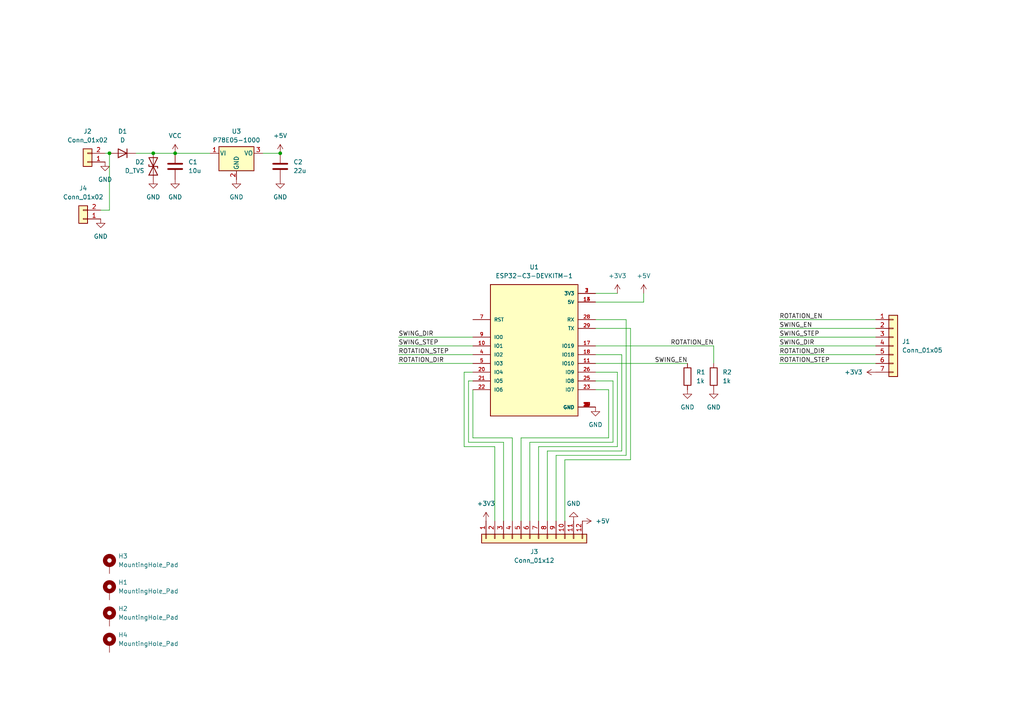
<source format=kicad_sch>
(kicad_sch (version 20230121) (generator eeschema)
  (paper "A4")
  (lib_symbols
    (symbol "Connector_Generic:Conn_01x02" (pin_names (offset 1.016) hide)
      (property "Reference" "J" (at 0 2.54 0))
      (property "Value" "Conn_01x02" (at 0 -5.08 0))
      (symbol "Conn_01x02_1_1"
        (rectangle (start -1.27 -2.413) (end 0 -2.667) (stroke (width 0.1524)))
        (rectangle (start -1.27 0.127) (end 0 -0.127) (stroke (width 0.1524)))
        (rectangle (start -1.27 1.27) (end 1.27 -3.81) (stroke (width 0.254)) (fill (type background)))
        (pin passive line (at -5.08 0 0) (length 3.81) (name "Pin_1") (number "1"))
        (pin passive line (at -5.08 -2.54 0) (length 3.81) (name "Pin_2") (number "2"))
      )
    )
    (symbol "Connector_Generic:Conn_01x07" (pin_names (offset 1.016) hide)
      (property "Reference" "J" (at 0 10.16 0))
      (property "Value" "Conn_01x07" (at 0 -10.16 0))
      (symbol "Conn_01x07_1_1"
        (rectangle (start -1.27 -7.493) (end 0 -7.747) (stroke (width 0.1524)))
        (rectangle (start -1.27 -4.953) (end 0 -5.207) (stroke (width 0.1524)))
        (rectangle (start -1.27 -2.413) (end 0 -2.667) (stroke (width 0.1524)))
        (rectangle (start -1.27 0.127) (end 0 -0.127) (stroke (width 0.1524)))
        (rectangle (start -1.27 2.667) (end 0 2.413) (stroke (width 0.1524)))
        (rectangle (start -1.27 5.207) (end 0 4.953) (stroke (width 0.1524)))
        (rectangle (start -1.27 7.747) (end 0 7.493) (stroke (width 0.1524)))
        (rectangle (start -1.27 8.89) (end 1.27 -8.89) (stroke (width 0.254)) (fill (type background)))
        (pin passive line (at -5.08 7.62 0) (length 3.81) (name "Pin_1") (number "1"))
        (pin passive line (at -5.08 5.08 0) (length 3.81) (name "Pin_2") (number "2"))
        (pin passive line (at -5.08 2.54 0) (length 3.81) (name "Pin_3") (number "3"))
        (pin passive line (at -5.08 0 0) (length 3.81) (name "Pin_4") (number "4"))
        (pin passive line (at -5.08 -2.54 0) (length 3.81) (name "Pin_5") (number "5"))
        (pin passive line (at -5.08 -5.08 0) (length 3.81) (name "Pin_6") (number "6"))
        (pin passive line (at -5.08 -7.62 0) (length 3.81) (name "Pin_7") (number "7"))
      )
    )
    (symbol "Connector_Generic:Conn_01x12" (pin_names (offset 1.016) hide)
      (property "Reference" "J" (at 0 15.24 0))
      (property "Value" "Conn_01x12" (at 0 -17.78 0))
      (symbol "Conn_01x12_1_1"
        (rectangle (start -1.27 -15.113) (end 0 -15.367) (stroke (width 0.1524)))
        (rectangle (start -1.27 -12.573) (end 0 -12.827) (stroke (width 0.1524)))
        (rectangle (start -1.27 -10.033) (end 0 -10.287) (stroke (width 0.1524)))
        (rectangle (start -1.27 -7.493) (end 0 -7.747) (stroke (width 0.1524)))
        (rectangle (start -1.27 -4.953) (end 0 -5.207) (stroke (width 0.1524)))
        (rectangle (start -1.27 -2.413) (end 0 -2.667) (stroke (width 0.1524)))
        (rectangle (start -1.27 0.127) (end 0 -0.127) (stroke (width 0.1524)))
        (rectangle (start -1.27 2.667) (end 0 2.413) (stroke (width 0.1524)))
        (rectangle (start -1.27 5.207) (end 0 4.953) (stroke (width 0.1524)))
        (rectangle (start -1.27 7.747) (end 0 7.493) (stroke (width 0.1524)))
        (rectangle (start -1.27 10.287) (end 0 10.033) (stroke (width 0.1524)))
        (rectangle (start -1.27 12.827) (end 0 12.573) (stroke (width 0.1524)))
        (rectangle (start -1.27 13.97) (end 1.27 -16.51) (stroke (width 0.254)) (fill (type background)))
        (pin passive line (at -5.08 12.7 0) (length 3.81) (name "Pin_1") (number "1"))
        (pin passive line (at -5.08 -10.16 0) (length 3.81) (name "Pin_10") (number "10"))
        (pin passive line (at -5.08 -12.7 0) (length 3.81) (name "Pin_11") (number "11"))
        (pin passive line (at -5.08 -15.24 0) (length 3.81) (name "Pin_12") (number "12"))
        (pin passive line (at -5.08 10.16 0) (length 3.81) (name "Pin_2") (number "2"))
        (pin passive line (at -5.08 7.62 0) (length 3.81) (name "Pin_3") (number "3"))
        (pin passive line (at -5.08 5.08 0) (length 3.81) (name "Pin_4") (number "4"))
        (pin passive line (at -5.08 2.54 0) (length 3.81) (name "Pin_5") (number "5"))
        (pin passive line (at -5.08 0 0) (length 3.81) (name "Pin_6") (number "6"))
        (pin passive line (at -5.08 -2.54 0) (length 3.81) (name "Pin_7") (number "7"))
        (pin passive line (at -5.08 -5.08 0) (length 3.81) (name "Pin_8") (number "8"))
        (pin passive line (at -5.08 -7.62 0) (length 3.81) (name "Pin_9") (number "9"))
      )
    )
    (symbol "Device:C" (pin_numbers hide) (pin_names (offset 0.254))
      (property "Reference" "C" (at 0.635 2.54 0))
      (property "Value" "C" (at 0.635 -2.54 0))
      (symbol "C_0_1"
        (polyline (pts (xy -2.032 -0.762) (xy 2.032 -0.762)) (stroke (width 0.508)))
        (polyline (pts (xy -2.032 0.762) (xy 2.032 0.762)) (stroke (width 0.508)))
      )
      (symbol "C_1_1"
        (pin passive line (at 0 3.81 270) (length 2.794) (name "~") (number "1"))
        (pin passive line (at 0 -3.81 90) (length 2.794) (name "~") (number "2"))
      )
    )
    (symbol "Device:D" (pin_numbers hide) (pin_names (offset 1.016) hide)
      (property "Reference" "D" (at 0 2.54 0))
      (property "Value" "D" (at 0 -2.54 0))
      (symbol "D_0_1"
        (polyline (pts (xy -1.27 1.27) (xy -1.27 -1.27)) (stroke (width 0.254)))
        (polyline (pts (xy 1.27 0) (xy -1.27 0)))
        (polyline (pts (xy 1.27 1.27) (xy 1.27 -1.27) (xy -1.27 0) (xy 1.27 1.27)) (stroke (width 0.254)))
      )
      (symbol "D_1_1"
        (pin passive line (at -3.81 0 0) (length 2.54) (name "K") (number "1"))
        (pin passive line (at 3.81 0 180) (length 2.54) (name "A") (number "2"))
      )
    )
    (symbol "Device:D_TVS" (pin_numbers hide) (pin_names (offset 1.016) hide)
      (property "Reference" "D" (at 0 2.54 0))
      (property "Value" "D_TVS" (at 0 -2.54 0))
      (symbol "D_TVS_0_1"
        (polyline (pts (xy 1.27 0) (xy -1.27 0)))
        (polyline (pts (xy 0.508 1.27) (xy 0 1.27) (xy 0 -1.27) (xy -0.508 -1.27)) (stroke (width 0.254)))
        (polyline (pts (xy -2.54 1.27) (xy -2.54 -1.27) (xy 2.54 1.27) (xy 2.54 -1.27) (xy -2.54 1.27)) (stroke (width 0.254)))
      )
      (symbol "D_TVS_1_1"
        (pin passive line (at -3.81 0 0) (length 2.54) (name "A1") (number "1"))
        (pin passive line (at 3.81 0 180) (length 2.54) (name "A2") (number "2"))
      )
    )
    (symbol "Device:R" (pin_numbers hide) (pin_names (offset 0))
      (property "Reference" "R" (at 2.032 0 90))
      (property "Value" "R" (at 0 0 90))
      (symbol "R_0_1"
        (rectangle (start -1.016 -2.54) (end 1.016 2.54) (stroke (width 0.254)))
      )
      (symbol "R_1_1"
        (pin passive line (at 0 3.81 270) (length 1.27) (name "~") (number "1"))
        (pin passive line (at 0 -3.81 90) (length 1.27) (name "~") (number "2"))
      )
    )
    (symbol "ESP32-C3-DEVKITM-1:ESP32-C3-DEVKITM-1" (pin_names (offset 1.016))
      (property "Reference" "U" (at -12.7 18.669 0))
      (property "Value" "ESP32-C3-DEVKITM-1" (at -12.7 -22.86 0))
      (symbol "ESP32-C3-DEVKITM-1_0_0"
        (rectangle (start -12.7 -20.32) (end 12.7 17.78) (stroke (width 0.254)) (fill (type background)))
        (pin power_in line (at 17.78 -17.78 180) (length 5.08) (name "GND") (number "1"))
        (pin bidirectional line (at -17.78 0 0) (length 5.08) (name "IO1") (number "10"))
        (pin bidirectional line (at 17.78 -5.08 180) (length 5.08) (name "IO10") (number "11"))
        (pin power_in line (at 17.78 -17.78 180) (length 5.08) (name "GND") (number "12"))
        (pin power_in line (at 17.78 12.7 180) (length 5.08) (name "5V") (number "13"))
        (pin power_in line (at 17.78 12.7 180) (length 5.08) (name "5V") (number "14"))
        (pin power_in line (at 17.78 -17.78 180) (length 5.08) (name "GND") (number "15"))
        (pin power_in line (at 17.78 -17.78 180) (length 5.08) (name "GND") (number "16"))
        (pin bidirectional line (at 17.78 0 180) (length 5.08) (name "IO19") (number "17"))
        (pin bidirectional line (at 17.78 -2.54 180) (length 5.08) (name "IO18") (number "18"))
        (pin power_in line (at 17.78 -17.78 180) (length 5.08) (name "GND") (number "19"))
        (pin power_in line (at 17.78 15.24 180) (length 5.08) (name "3V3") (number "2"))
        (pin bidirectional line (at -17.78 -7.62 0) (length 5.08) (name "IO4") (number "20"))
        (pin bidirectional line (at -17.78 -10.16 0) (length 5.08) (name "IO5") (number "21"))
        (pin bidirectional line (at -17.78 -12.7 0) (length 5.08) (name "IO6") (number "22"))
        (pin bidirectional line (at 17.78 -12.7 180) (length 5.08) (name "IO7") (number "23"))
        (pin power_in line (at 17.78 -17.78 180) (length 5.08) (name "GND") (number "24"))
        (pin bidirectional line (at 17.78 -10.16 180) (length 5.08) (name "IO8") (number "25"))
        (pin bidirectional line (at 17.78 -7.62 180) (length 5.08) (name "IO9") (number "26"))
        (pin power_in line (at 17.78 -17.78 180) (length 5.08) (name "GND") (number "27"))
        (pin bidirectional line (at 17.78 7.62 180) (length 5.08) (name "RX") (number "28"))
        (pin bidirectional line (at 17.78 5.08 180) (length 5.08) (name "TX") (number "29"))
        (pin power_in line (at 17.78 15.24 180) (length 5.08) (name "3V3") (number "3"))
        (pin power_in line (at 17.78 -17.78 180) (length 5.08) (name "GND") (number "30"))
        (pin bidirectional line (at -17.78 -2.54 0) (length 5.08) (name "IO2") (number "4"))
        (pin bidirectional line (at -17.78 -5.08 0) (length 5.08) (name "IO3") (number "5"))
        (pin power_in line (at 17.78 -17.78 180) (length 5.08) (name "GND") (number "6"))
        (pin input line (at -17.78 7.62 0) (length 5.08) (name "RST") (number "7"))
        (pin power_in line (at 17.78 -17.78 180) (length 5.08) (name "GND") (number "8"))
        (pin bidirectional line (at -17.78 2.54 0) (length 5.08) (name "IO0") (number "9"))
      )
    )
    (symbol "Mechanical:MountingHole_Pad" (pin_numbers hide) (pin_names (offset 1.016) hide)
      (property "Reference" "H" (at 0 6.35 0))
      (property "Value" "MountingHole_Pad" (at 0 4.445 0))
      (symbol "MountingHole_Pad_0_1"
        (circle (center 0 1.27) (radius 1.27) (stroke (width 1.27)))
      )
      (symbol "MountingHole_Pad_1_1"
        (pin input line (at 0 -2.54 90) (length 2.54) (name "1") (number "1"))
      )
    )
    (symbol "Regulator_Linear:LM78M05_TO220" (pin_names (offset 0.254))
      (property "Reference" "U" (at -3.81 3.175 0))
      (property "Value" "LM78M05_TO220" (at 0 3.175 0))
      (symbol "LM78M05_TO220_0_1"
        (rectangle (start -5.08 1.905) (end 5.08 -5.08) (stroke (width 0.254)) (fill (type background)))
      )
      (symbol "LM78M05_TO220_1_1"
        (pin power_in line (at -7.62 0 0) (length 2.54) (name "VI") (number "1"))
        (pin power_in line (at 0 -7.62 90) (length 2.54) (name "GND") (number "2"))
        (pin power_out line (at 7.62 0 180) (length 2.54) (name "VO") (number "3"))
      )
    )
    (symbol "power:+3V3" (power) (pin_names (offset 0))
      (property "Value" "+3V3" (at 0 3.556 0))
      (symbol "+3V3_0_1"
        (polyline (pts (xy -0.762 1.27) (xy 0 2.54)))
        (polyline (pts (xy 0 0) (xy 0 2.54)))
        (polyline (pts (xy 0 2.54) (xy 0.762 1.27)))
      )
      (symbol "+3V3_1_1"
        (pin power_in line (at 0 0 90) (length 0) hide (name "+3V3") (number "1"))
      )
    )
    (symbol "power:+5V" (power) (pin_names (offset 0))
      (property "Value" "+5V" (at 0 3.556 0))
      (symbol "+5V_0_1"
        (polyline (pts (xy -0.762 1.27) (xy 0 2.54)))
        (polyline (pts (xy 0 0) (xy 0 2.54)))
        (polyline (pts (xy 0 2.54) (xy 0.762 1.27)))
      )
      (symbol "+5V_1_1"
        (pin power_in line (at 0 0 90) (length 0) hide (name "+5V") (number "1"))
      )
    )
    (symbol "power:GND" (power) (pin_names (offset 0))
      (property "Value" "GND" (at 0 -3.81 0))
      (symbol "GND_0_1"
        (polyline (pts (xy 0 0) (xy 0 -1.27) (xy 1.27 -1.27) (xy 0 -2.54) (xy -1.27 -1.27) (xy 0 -1.27)))
      )
      (symbol "GND_1_1"
        (pin power_in line (at 0 0 270) (length 0) hide (name "GND") (number "1"))
      )
    )
    (symbol "power:VCC" (power) (pin_names (offset 0))
      (property "Value" "VCC" (at 0 3.81 0))
      (symbol "VCC_0_1"
        (polyline (pts (xy -0.762 1.27) (xy 0 2.54)))
        (polyline (pts (xy 0 0) (xy 0 2.54)))
        (polyline (pts (xy 0 2.54) (xy 0.762 1.27)))
      )
      (symbol "VCC_1_1"
        (pin power_in line (at 0 0 90) (length 0) hide (name "VCC") (number "1"))
      )
    )
  )
  (junction (at 31.75 44.45))
  (junction (at 81.28 44.45))
  (junction (at 44.45 44.45))
  (junction (at 50.8 44.45))
  (wire (pts (xy 182.88 133.35) (xy 163.83 133.35)))
  (wire (pts (xy 163.83 133.35) (xy 163.83 151.13)))
  (wire (pts (xy 134.62 107.95) (xy 134.62 129.54)))
  (wire (pts (xy 143.51 129.54) (xy 143.51 151.13)))
  (wire (pts (xy 172.72 105.41) (xy 199.39 105.41)))
  (wire (pts (xy 207.01 105.41) (xy 207.01 100.33)))
  (wire (pts (xy 177.8 110.49) (xy 177.8 128.27)))
  (wire (pts (xy 226.06 100.33) (xy 254 100.33)))
  (wire (pts (xy 176.53 113.03) (xy 176.53 127)))
  (wire (pts (xy 39.37 44.45) (xy 44.45 44.45)))
  (wire (pts (xy 135.89 110.49) (xy 135.89 128.27)))
  (wire (pts (xy 181.61 132.08) (xy 161.29 132.08)))
  (wire (pts (xy 181.61 92.71) (xy 181.61 132.08)))
  (wire (pts (xy 44.45 44.45) (xy 50.8 44.45)))
  (wire (pts (xy 31.75 60.96) (xy 31.75 44.45)))
  (wire (pts (xy 179.07 129.54) (xy 156.21 129.54)))
  (wire (pts (xy 172.72 110.49) (xy 177.8 110.49)))
  (wire (pts (xy 115.57 97.79) (xy 137.16 97.79)))
  (wire (pts (xy 76.2 44.45) (xy 81.28 44.45)))
  (wire (pts (xy 226.06 97.79) (xy 254 97.79)))
  (wire (pts (xy 115.57 102.87) (xy 137.16 102.87)))
  (wire (pts (xy 179.07 107.95) (xy 179.07 129.54)))
  (wire (pts (xy 186.69 85.09) (xy 186.69 87.63)))
  (wire (pts (xy 137.16 127) (xy 148.59 127)))
  (wire (pts (xy 226.06 92.71) (xy 254 92.71)))
  (wire (pts (xy 186.69 87.63) (xy 172.72 87.63)))
  (wire (pts (xy 226.06 95.25) (xy 254 95.25)))
  (wire (pts (xy 180.34 130.81) (xy 158.75 130.81)))
  (wire (pts (xy 50.8 44.45) (xy 60.96 44.45)))
  (wire (pts (xy 151.13 127) (xy 151.13 151.13)))
  (wire (pts (xy 137.16 110.49) (xy 135.89 110.49)))
  (wire (pts (xy 156.21 129.54) (xy 156.21 151.13)))
  (wire (pts (xy 137.16 107.95) (xy 134.62 107.95)))
  (wire (pts (xy 148.59 127) (xy 148.59 151.13)))
  (wire (pts (xy 161.29 132.08) (xy 161.29 151.13)))
  (wire (pts (xy 226.06 105.41) (xy 254 105.41)))
  (wire (pts (xy 177.8 128.27) (xy 153.67 128.27)))
  (wire (pts (xy 182.88 95.25) (xy 182.88 133.35)))
  (wire (pts (xy 158.75 130.81) (xy 158.75 151.13)))
  (wire (pts (xy 30.48 44.45) (xy 31.75 44.45)))
  (wire (pts (xy 137.16 113.03) (xy 137.16 127)))
  (wire (pts (xy 172.72 85.09) (xy 179.07 85.09)))
  (wire (pts (xy 146.05 128.27) (xy 146.05 151.13)))
  (wire (pts (xy 29.21 60.96) (xy 31.75 60.96)))
  (wire (pts (xy 172.72 102.87) (xy 180.34 102.87)))
  (wire (pts (xy 172.72 95.25) (xy 182.88 95.25)))
  (wire (pts (xy 226.06 102.87) (xy 254 102.87)))
  (wire (pts (xy 181.61 92.71) (xy 172.72 92.71)))
  (wire (pts (xy 115.57 100.33) (xy 137.16 100.33)))
  (wire (pts (xy 115.57 105.41) (xy 137.16 105.41)))
  (wire (pts (xy 153.67 128.27) (xy 153.67 151.13)))
  (wire (pts (xy 172.72 100.33) (xy 207.01 100.33)))
  (wire (pts (xy 134.62 129.54) (xy 143.51 129.54)))
  (wire (pts (xy 180.34 102.87) (xy 180.34 130.81)))
  (wire (pts (xy 135.89 128.27) (xy 146.05 128.27)))
  (wire (pts (xy 172.72 113.03) (xy 176.53 113.03)))
  (wire (pts (xy 172.72 107.95) (xy 179.07 107.95)))
  (wire (pts (xy 176.53 127) (xy 151.13 127)))
  (label "ROTATION_EN" (at 207.01 100.33 180))
  (label "ROTATION_DIR" (at 115.57 105.41 0))
  (label "ROTATION_STEP" (at 115.57 102.87 0))
  (label "SWING_STEP" (at 226.06 97.79 0))
  (label "ROTATION_EN" (at 226.06 92.71 0))
  (label "SWING_EN" (at 226.06 95.25 0))
  (label "SWING_EN" (at 199.39 105.41 180))
  (label "SWING_STEP" (at 115.57 100.33 0))
  (label "SWING_DIR" (at 115.57 97.79 0))
  (label "ROTATION_STEP" (at 226.06 105.41 0))
  (label "SWING_DIR" (at 226.06 100.33 0))
  (label "ROTATION_DIR" (at 226.06 102.87 0))
  (symbol (lib_id "power:+3V3") (at 140.97 151.13 0) (unit 1)
    (property "Reference" "#PWR014" (effects hide))
    (property "Value" "+3V3" (at 140.97 146.05 0))
  )
  (symbol (lib_id "Device:C") (at 81.28 48.26 0) (unit 1)
    (property "Reference" "C2" (at 85.09 46.9899 0) (effects (justify left)))
    (property "Value" "22u" (at 85.09 49.5299 0) (effects (justify left)))
    (property "Footprint" "Capacitor_SMD:C_2220_5650Metric" (effects hide))
    (property "Manufacturer" "TDK" (effects hide))
    (property "PartNo" "C5750X7R1E226M250KA" (effects hide))
  )
  (symbol (lib_id "Mechanical:MountingHole_Pad") (at 31.75 186.69 0) (unit 1)
    (property "Reference" "H4" (at 34.29 184.15 0) (effects (justify left)))
    (property "Value" "MountingHole_Pad" (at 34.29 186.69 0) (effects (justify left)))
    (property "Footprint" "MountingHole:MountingHole_3.2mm_M3_DIN965_Pad" (effects hide))
  )
  (symbol (lib_id "power:+3V3") (at 254 107.95 90) (unit 1)
    (property "Reference" "#PWR012" (effects hide))
    (property "Value" "+3V3" (at 250.19 107.95 90) (effects (justify left)))
  )
  (symbol (lib_id "Connector_Generic:Conn_01x12") (at 153.67 156.21 90) (mirror x) (unit 1)
    (property "Reference" "J3" (at 154.94 160.02 90))
    (property "Value" "Conn_01x12" (at 154.94 162.56 90))
    (property "Footprint" "Connector_PinHeader_2.54mm:PinHeader_1x12_P2.54mm_Vertical" (effects hide))
  )
  (symbol (lib_id "Device:C") (at 50.8 48.26 0) (unit 1)
    (property "Reference" "C1" (at 54.61 46.9899 0) (effects (justify left)))
    (property "Value" "10u" (at 54.61 49.5299 0) (effects (justify left)))
    (property "Footprint" "Capacitor_SMD:C_2220_5650Metric" (effects hide))
    (property "Manufacturer" "TDK" (effects hide))
    (property "PartNo" "C5750X7R1H106K230KB" (effects hide))
  )
  (symbol (lib_id "power:GND") (at 207.01 113.03 0) (unit 1)
    (property "Reference" "#PWR010" (effects hide))
    (property "Value" "GND" (at 207.01 118.11 0))
  )
  (symbol (lib_id "power:GND") (at 81.28 52.07 0) (unit 1)
    (property "Reference" "#PWR03" (effects hide))
    (property "Value" "GND" (at 81.28 57.15 0))
  )
  (symbol (lib_id "Connector_Generic:Conn_01x02") (at 25.4 46.99 180) (unit 1)
    (property "Reference" "J2" (at 25.4 38.1 0))
    (property "Value" "Conn_01x02" (at 25.4 40.64 0))
    (property "Footprint" "fuko:MOLEX_2157601002" (effects hide))
    (property "PartNo" "2157601002" (effects hide))
  )
  (symbol (lib_id "power:+5V") (at 186.69 85.09 0) (unit 1)
    (property "Reference" "#PWR06" (effects hide))
    (property "Value" "+5V" (at 186.69 80.01 0))
  )
  (symbol (lib_id "Device:D_TVS") (at 44.45 48.26 90) (unit 1)
    (property "Reference" "D2" (at 41.91 46.99 90) (effects (justify left)))
    (property "Value" "D_TVS" (at 41.91 49.53 90) (effects (justify left)))
    (property "Footprint" "Diode_SMD:D_SMA" (effects hide))
    (property "PartNo" "SMAJ24A-13-F" (effects hide))
  )
  (symbol (lib_id "Mechanical:MountingHole_Pad") (at 31.75 179.07 0) (unit 1)
    (property "Reference" "H2" (at 34.29 176.53 0) (effects (justify left)))
    (property "Value" "MountingHole_Pad" (at 34.29 179.07 0) (effects (justify left)))
    (property "Footprint" "MountingHole:MountingHole_3.2mm_M3_DIN965_Pad" (effects hide))
  )
  (symbol (lib_id "power:GND") (at 166.37 151.13 180) (unit 1)
    (property "Reference" "#PWR015" (effects hide))
    (property "Value" "GND" (at 166.37 146.05 0))
  )
  (symbol (lib_id "power:VCC") (at 50.8 44.45 0) (unit 1)
    (property "Reference" "#PWR05" (effects hide))
    (property "Value" "VCC" (at 50.8 39.37 0))
  )
  (symbol (lib_id "Mechanical:MountingHole_Pad") (at 31.75 171.45 0) (unit 1)
    (property "Reference" "H1" (at 34.29 168.91 0) (effects (justify left)))
    (property "Value" "MountingHole_Pad" (at 34.29 171.45 0) (effects (justify left)))
    (property "Footprint" "MountingHole:MountingHole_3.2mm_M3_DIN965_Pad" (effects hide))
  )
  (symbol (lib_id "power:GND") (at 68.58 52.07 0) (unit 1)
    (property "Reference" "#PWR02" (effects hide))
    (property "Value" "GND" (at 68.58 57.15 0))
  )
  (symbol (lib_id "power:GND") (at 199.39 113.03 0) (unit 1)
    (property "Reference" "#PWR09" (effects hide))
    (property "Value" "GND" (at 199.39 118.11 0))
  )
  (symbol (lib_id "Mechanical:MountingHole_Pad") (at 31.75 163.83 0) (unit 1)
    (property "Reference" "H3" (at 34.29 161.29 0) (effects (justify left)))
    (property "Value" "MountingHole_Pad" (at 34.29 163.83 0) (effects (justify left)))
    (property "Footprint" "MountingHole:MountingHole_3.2mm_M3_DIN965_Pad" (effects hide))
  )
  (symbol (lib_id "Device:D") (at 35.56 44.45 180) (unit 1)
    (property "Reference" "D1" (at 35.56 38.1 0))
    (property "Value" "D" (at 35.56 40.64 0))
    (property "Footprint" "Diode_SMD:D_SMA" (effects hide))
    (property "Sim.Device" "D" (effects hide))
    (property "Sim.Pins" "1=K 2=A" (effects hide))
    (property "PartNo" "GS1A_R1_00001" (effects hide))
  )
  (symbol (lib_id "power:+5V") (at 168.91 151.13 270) (unit 1)
    (property "Reference" "#PWR016" (effects hide))
    (property "Value" "+5V" (at 172.72 151.13 90) (effects (justify left)))
  )
  (symbol (lib_id "power:GND") (at 30.48 46.99 0) (unit 1)
    (property "Reference" "#PWR011" (effects hide))
    (property "Value" "GND" (at 30.48 52.07 0))
  )
  (symbol (lib_id "power:GND") (at 50.8 52.07 0) (unit 1)
    (property "Reference" "#PWR01" (effects hide))
    (property "Value" "GND" (at 50.8 57.15 0))
  )
  (symbol (lib_id "power:GND") (at 172.72 118.11 0) (unit 1)
    (property "Reference" "#PWR07" (effects hide))
    (property "Value" "GND" (at 172.72 123.19 0))
  )
  (symbol (lib_id "power:GND") (at 29.21 63.5 0) (unit 1)
    (property "Reference" "#PWR017" (effects hide))
    (property "Value" "GND" (at 29.21 68.58 0))
  )
  (symbol (lib_id "Device:R") (at 207.01 109.22 0) (unit 1)
    (property "Reference" "R2" (at 209.55 107.95 0) (effects (justify left)))
    (property "Value" "1k" (at 209.55 110.49 0) (effects (justify left)))
    (property "Footprint" "Resistor_SMD:R_0603_1608Metric" (effects hide))
  )
  (symbol (lib_id "ESP32-C3-DEVKITM-1:ESP32-C3-DEVKITM-1") (at 154.94 100.33 0) (unit 1)
    (property "Reference" "U1" (at 154.94 77.47 0))
    (property "Value" "ESP32-C3-DEVKITM-1" (at 154.94 80.01 0))
    (property "Footprint" "fuko:XCVR_ESP32-C3-DEVKITM-1" (effects hide))
    (property "Manufacturer" "Espressif" (effects hide))
    (property "PartNo" "ESP32-C3-DEVKITM-1" (effects hide))
  )
  (symbol (lib_id "Connector_Generic:Conn_01x07") (at 259.08 100.33 0) (unit 1)
    (property "Reference" "J1" (at 261.62 99.06 0) (effects (justify left)))
    (property "Value" "Conn_01x05" (at 261.62 101.6 0) (effects (justify left)))
    (property "Footprint" "fuko:MOLEX_2157601007" (effects hide))
    (property "Manufacturer" "Molex" (effects hide))
    (property "PartNo" "2157601007" (effects hide))
  )
  (symbol (lib_id "Connector_Generic:Conn_01x02") (at 24.13 63.5 180) (unit 1)
    (property "Reference" "J4" (at 24.13 54.61 0))
    (property "Value" "Conn_01x02" (at 24.13 57.15 0))
    (property "Footprint" "fuko:MOLEX_2157601002" (effects hide))
    (property "PartNo" "2157601002" (effects hide))
  )
  (symbol (lib_id "power:GND") (at 44.45 52.07 0) (unit 1)
    (property "Reference" "#PWR013" (effects hide))
    (property "Value" "GND" (at 44.45 57.15 0))
  )
  (symbol (lib_id "Regulator_Linear:LM78M05_TO220") (at 68.58 44.45 0) (unit 1)
    (property "Reference" "U3" (at 68.58 38.1 0))
    (property "Value" "P78E05-1000" (at 68.58 40.64 0))
    (property "Footprint" "fuko:CONV_P78E05-1000" (effects hide))
    (property "Datasheet" "https://www.cui.com/product/resource/p78e-1000.pdf" (effects hide))
    (property "Manufacturer" "CUI" (effects hide))
    (property "PartNo" "P78E05-1000" (effects hide))
  )
  (symbol (lib_id "power:+3V3") (at 179.07 85.09 0) (unit 1)
    (property "Reference" "#PWR08" (effects hide))
    (property "Value" "+3V3" (at 179.07 80.01 0))
  )
  (symbol (lib_id "Device:R") (at 199.39 109.22 0) (unit 1)
    (property "Reference" "R1" (at 201.93 107.95 0) (effects (justify left)))
    (property "Value" "1k" (at 201.93 110.49 0) (effects (justify left)))
    (property "Footprint" "Resistor_SMD:R_0603_1608Metric" (effects hide))
  )
  (symbol (lib_id "power:+5V") (at 81.28 44.45 0) (unit 1)
    (property "Reference" "#PWR04" (effects hide))
    (property "Value" "+5V" (at 81.28 39.37 0))
  )
)
</source>
